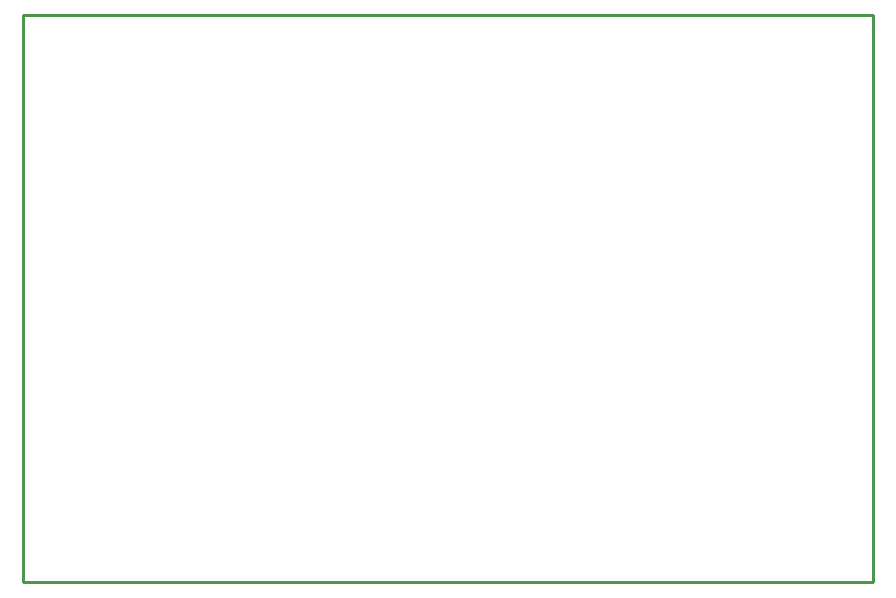
<source format=gko>
G04 Layer: BoardOutlineLayer*
G04 EasyEDA v6.5.51, 2025-09-24 14:11:52*
G04 3cc6f75c99854130816e6aad485a8a88,01ea995e815642bba8bbaaaafbe3517a,10*
G04 Gerber Generator version 0.2*
G04 Scale: 100 percent, Rotated: No, Reflected: No *
G04 Dimensions in millimeters *
G04 leading zeros omitted , absolute positions ,4 integer and 5 decimal *
%FSLAX45Y45*%
%MOMM*%

%ADD10C,0.2540*%
%ADD11C,0.0150*%
D10*
X699998Y6899986D02*
G01*
X7899984Y6899986D01*
X7899984Y2099995D01*
X699998Y2099995D01*
X699998Y6899986D01*

%LPD*%
M02*

</source>
